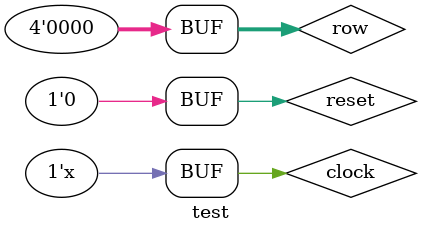
<source format=v>
`timescale 1ns / 1ps
module test();
    wire [3:0] col, AN;
    wire [6:0] C;
    wire [2:0] state;
    reg [3:0] row;
    reg clock, reset;
    keypad_reader UUT(col, C, AN, state, row, clock, reset);
    initial begin
        #0 clock=1;reset=0;row=0;
        #5 row=4'b0001;
        #20 row=4'b0000;
    end
    always #1 clock=~clock;
endmodule

</source>
